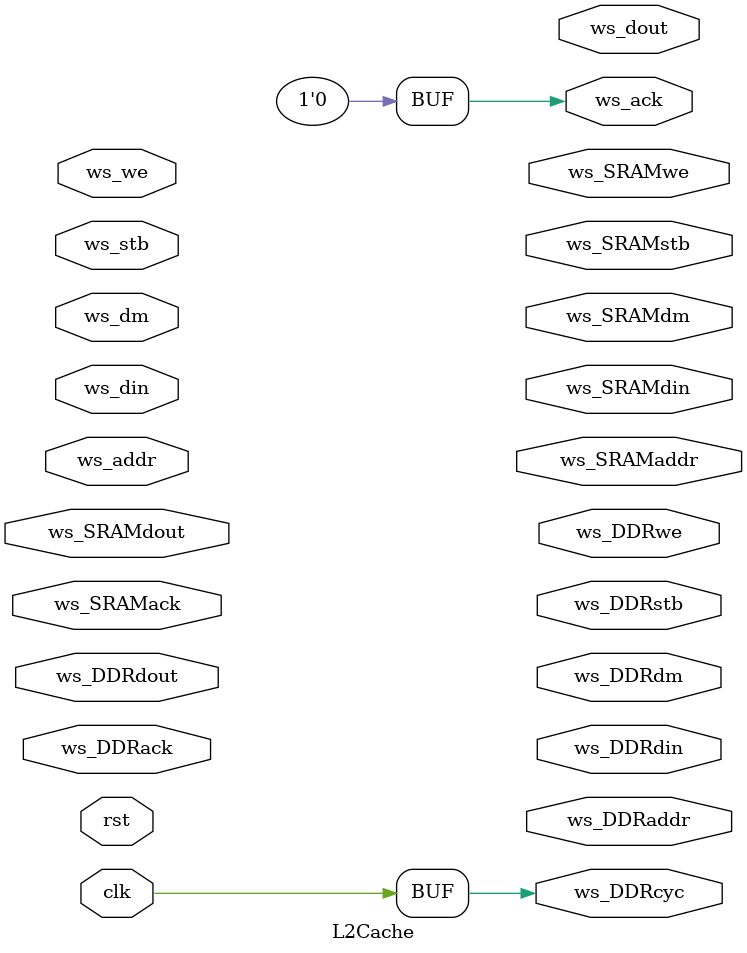
<source format=v>
`timescale 1ns / 1ps

module L2Cache(
    input clk,
    input rst,
    //Wishbone slave interface
    input [31:0] ws_addr, input [511:0] ws_din,
    input [63:0] ws_dm, input ws_stb, input ws_we,
    output reg ws_ack = 0, output [511:0] ws_dout,
    
    //Wishbone DDR interface
    output [31:0] ws_DDRaddr, output [511:0] ws_DDRdin,
    output [63:0] ws_DDRdm, output ws_DDRcyc, output ws_DDRstb, output ws_DDRwe,
    input ws_DDRack, input [511:0] ws_DDRdout,
    
    //Wishbone SRAM interface
    output [31:0] ws_SRAMaddr, output [511:0] ws_SRAMdin,
    output [63:0] ws_SRAMdm,   
    output ws_SRAMstb,     
    output ws_SRAMwe,
    input ws_SRAMack, 
    input [511:0] ws_SRAMdout
    );
    
    reg [31:0]wrAddr;
    reg [511:0]wrDin;
    reg [63:0]wrDm;
    reg wrWe;
    
    
    assign ws_DDRcyc = clk;
endmodule

</source>
